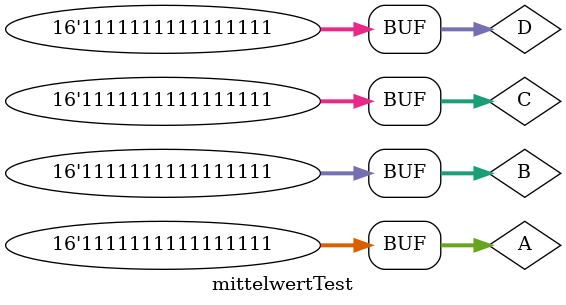
<source format=v>
`timescale 1ns / 1ps


module mittelwertTest;

	// Inputs
	reg [15:0] A;
	reg [15:0] B;
	reg [15:0] C;
	reg [15:0] D;

	// Outputs
	wire [15:0] out;

	// Instantiate the Unit Under Test (UUT)
	mittelwert uut (
		.A(A), 
		.B(B), 
		.C(C), 
		.D(D), 
		.out(out)
	);

	initial begin
		// Initialize Inputs
		A = 0;
		B = 0;
		C = 0;
		D = 0; //erwartete Ausgabe = 0


		// Wait 100 ns for global reset to finish
		#100;
		//erster Test (Trivialfall): nur positive Eingaben
		A = 16'b0000_0000_0000_0010;	//   2
		B = 16'b0000_0000_0000_0010;	//   2
		C = 16'b0000_0000_0000_0010;	//   2
		D = 16'b0000_0000_0000_0010;	//   2	erwartete Ausgabe = 2
		
		#100;
		//zweiter Test: negative Eingaben. Ergebniss muss gerundet werden.
		A = 16'b1111_1111_1111_1100;	// - 4
		B = 16'b1111_1111_1111_1111;	// - 1
		C = 16'b0000_0000_0000_0001;	//   1
		D = 16'b1111_1111_1111_1111;	// - 1	erwartete Ausgabe = - 2
		
		#100;
		//dritter Test: negative Eingaben. Überlaufbehandlung
		A = 16'b1111_1111_1111_1111;	// - 1
		B = 16'b1111_1111_1111_1111;	// - 1
		C = 16'b1111_1111_1111_1111;	// - 1
		D = 16'b1111_1111_1111_1111;	// - 1	erwartete Ausgabe = - 1
	

		//weitere wichtige fälle?

	end
      
endmodule


</source>
